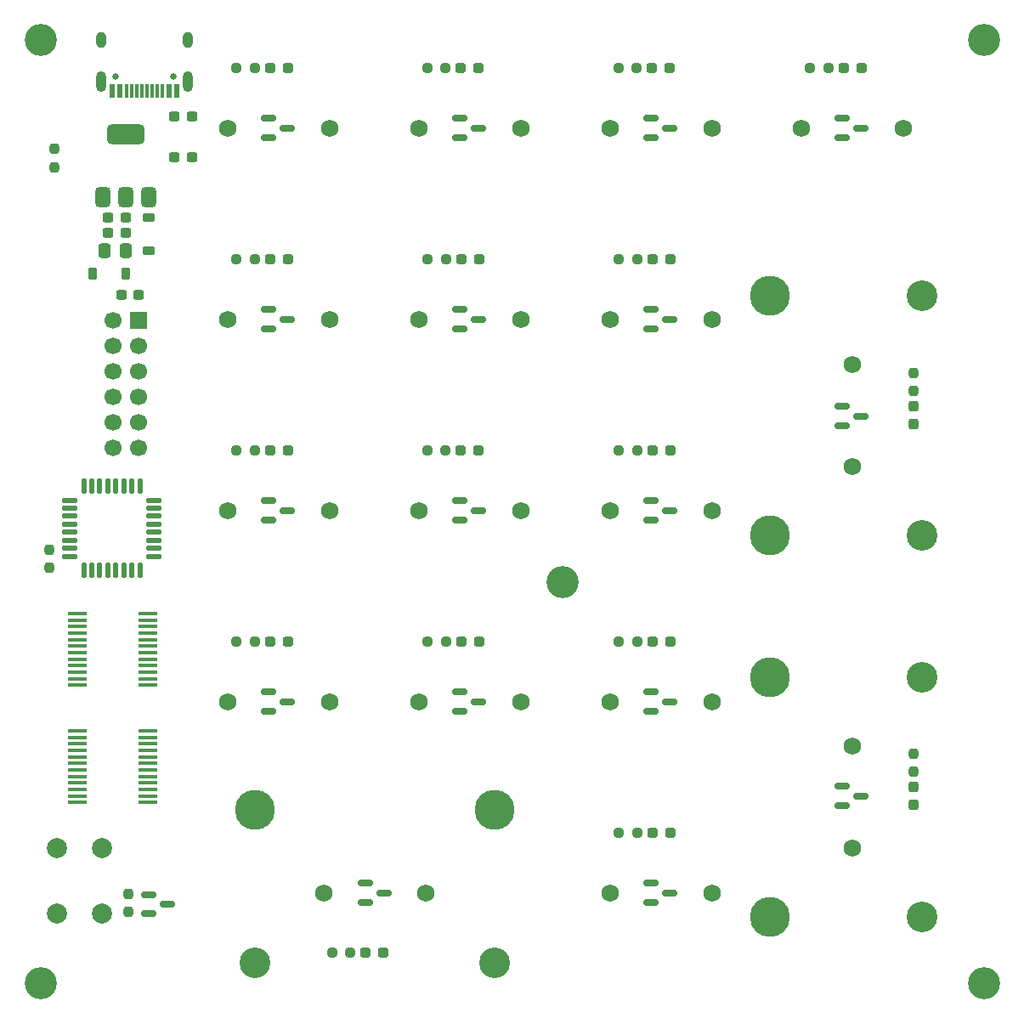
<source format=gbr>
%TF.GenerationSoftware,KiCad,Pcbnew,9.0.4*%
%TF.CreationDate,2026-01-03T23:46:06+09:00*%
%TF.ProjectId,rapidtrigger_keyboard,72617069-6474-4726-9967-6765725f6b65,rev?*%
%TF.SameCoordinates,Original*%
%TF.FileFunction,Soldermask,Top*%
%TF.FilePolarity,Negative*%
%FSLAX46Y46*%
G04 Gerber Fmt 4.6, Leading zero omitted, Abs format (unit mm)*
G04 Created by KiCad (PCBNEW 9.0.4) date 2026-01-03 23:46:06*
%MOMM*%
%LPD*%
G01*
G04 APERTURE LIST*
G04 Aperture macros list*
%AMRoundRect*
0 Rectangle with rounded corners*
0 $1 Rounding radius*
0 $2 $3 $4 $5 $6 $7 $8 $9 X,Y pos of 4 corners*
0 Add a 4 corners polygon primitive as box body*
4,1,4,$2,$3,$4,$5,$6,$7,$8,$9,$2,$3,0*
0 Add four circle primitives for the rounded corners*
1,1,$1+$1,$2,$3*
1,1,$1+$1,$4,$5*
1,1,$1+$1,$6,$7*
1,1,$1+$1,$8,$9*
0 Add four rect primitives between the rounded corners*
20,1,$1+$1,$2,$3,$4,$5,0*
20,1,$1+$1,$4,$5,$6,$7,0*
20,1,$1+$1,$6,$7,$8,$9,0*
20,1,$1+$1,$8,$9,$2,$3,0*%
G04 Aperture macros list end*
%ADD10C,0.650000*%
%ADD11R,0.600000X1.450000*%
%ADD12R,0.300000X1.450000*%
%ADD13O,1.000000X2.100000*%
%ADD14O,1.000000X1.600000*%
%ADD15C,3.048000*%
%ADD16C,3.987800*%
%ADD17C,1.750000*%
%ADD18RoundRect,0.150000X-0.587500X-0.150000X0.587500X-0.150000X0.587500X0.150000X-0.587500X0.150000X0*%
%ADD19RoundRect,0.237500X0.287500X0.237500X-0.287500X0.237500X-0.287500X-0.237500X0.287500X-0.237500X0*%
%ADD20C,3.200000*%
%ADD21RoundRect,0.237500X0.250000X0.237500X-0.250000X0.237500X-0.250000X-0.237500X0.250000X-0.237500X0*%
%ADD22RoundRect,0.237500X-0.237500X0.250000X-0.237500X-0.250000X0.237500X-0.250000X0.237500X0.250000X0*%
%ADD23RoundRect,0.100000X-0.850000X-0.100000X0.850000X-0.100000X0.850000X0.100000X-0.850000X0.100000X0*%
%ADD24RoundRect,0.237500X0.300000X0.237500X-0.300000X0.237500X-0.300000X-0.237500X0.300000X-0.237500X0*%
%ADD25RoundRect,0.237500X0.237500X-0.287500X0.237500X0.287500X-0.237500X0.287500X-0.237500X-0.287500X0*%
%ADD26RoundRect,0.237500X0.237500X-0.250000X0.237500X0.250000X-0.237500X0.250000X-0.237500X-0.250000X0*%
%ADD27RoundRect,0.225000X0.225000X0.375000X-0.225000X0.375000X-0.225000X-0.375000X0.225000X-0.375000X0*%
%ADD28RoundRect,0.237500X-0.300000X-0.237500X0.300000X-0.237500X0.300000X0.237500X-0.300000X0.237500X0*%
%ADD29R,1.700000X1.700000*%
%ADD30C,1.700000*%
%ADD31RoundRect,0.250000X0.337500X0.475000X-0.337500X0.475000X-0.337500X-0.475000X0.337500X-0.475000X0*%
%ADD32RoundRect,0.375000X0.375000X-0.625000X0.375000X0.625000X-0.375000X0.625000X-0.375000X-0.625000X0*%
%ADD33RoundRect,0.500000X1.400000X-0.500000X1.400000X0.500000X-1.400000X0.500000X-1.400000X-0.500000X0*%
%ADD34RoundRect,0.125000X0.125000X-0.625000X0.125000X0.625000X-0.125000X0.625000X-0.125000X-0.625000X0*%
%ADD35RoundRect,0.125000X0.625000X-0.125000X0.625000X0.125000X-0.625000X0.125000X-0.625000X-0.125000X0*%
%ADD36RoundRect,0.225000X-0.375000X0.225000X-0.375000X-0.225000X0.375000X-0.225000X0.375000X0.225000X0*%
%ADD37C,2.000000*%
G04 APERTURE END LIST*
D10*
%TO.C,J1*%
X133244000Y-49624000D03*
X127464000Y-49624000D03*
D11*
X133604000Y-51069000D03*
X132804000Y-51069000D03*
D12*
X131604000Y-51069000D03*
X130604000Y-51069000D03*
X130104000Y-51069000D03*
X129104000Y-51069000D03*
D11*
X127904000Y-51069000D03*
X127104000Y-51069000D03*
X127104000Y-51069000D03*
X127904000Y-51069000D03*
D12*
X128604000Y-51069000D03*
X129604000Y-51069000D03*
X131104000Y-51069000D03*
X132104000Y-51069000D03*
D11*
X132804000Y-51069000D03*
X133604000Y-51069000D03*
D13*
X134674000Y-50154000D03*
D14*
X134674000Y-45974000D03*
D13*
X126034000Y-50154000D03*
D14*
X126034000Y-45974000D03*
%TD*%
D15*
%TO.C,U5*%
X165222500Y-137926000D03*
D16*
X165222500Y-122716000D03*
D17*
X158364500Y-130966000D03*
X148204500Y-130966000D03*
D15*
X141346500Y-137926000D03*
D16*
X141346500Y-122716000D03*
%TD*%
D15*
%TO.C,U17*%
X207874000Y-109474000D03*
D16*
X192664000Y-109474000D03*
D17*
X200914000Y-116332000D03*
X200914000Y-126492000D03*
D15*
X207874000Y-133350000D03*
D16*
X192664000Y-133350000D03*
%TD*%
D15*
%TO.C,U16*%
X207874000Y-71434000D03*
D16*
X192664000Y-71434000D03*
D17*
X200914000Y-78292000D03*
X200914000Y-88452000D03*
D15*
X207874000Y-95310000D03*
D16*
X192664000Y-95310000D03*
%TD*%
D18*
%TO.C,U29*%
X180852500Y-72854000D03*
X180852500Y-74754000D03*
X182727500Y-73804000D03*
%TD*%
D19*
%TO.C,D16*%
X182739000Y-124968000D03*
X180989000Y-124968000D03*
%TD*%
D20*
%TO.C,REF\u002A\u002A*%
X214000000Y-46000000D03*
%TD*%
D18*
%TO.C,U35*%
X199902500Y-82506000D03*
X199902500Y-84406000D03*
X201777500Y-83456000D03*
%TD*%
D21*
%TO.C,R19*%
X179465000Y-124968000D03*
X177640000Y-124968000D03*
%TD*%
D19*
%TO.C,D17*%
X201789000Y-48768000D03*
X200039000Y-48768000D03*
%TD*%
%TO.C,D10*%
X163615000Y-86868000D03*
X161865000Y-86868000D03*
%TD*%
D22*
%TO.C,R3*%
X121412000Y-56849000D03*
X121412000Y-58674000D03*
%TD*%
D18*
%TO.C,U21*%
X142752500Y-110954000D03*
X142752500Y-112854000D03*
X144627500Y-111904000D03*
%TD*%
D23*
%TO.C,U37*%
X123698000Y-114808000D03*
X123698000Y-115458000D03*
X123698000Y-116108000D03*
X123698000Y-116758000D03*
X123698000Y-117408000D03*
X123698000Y-118058000D03*
X123698000Y-118708000D03*
X123698000Y-119358000D03*
X123698000Y-120008000D03*
X123698000Y-120658000D03*
X123698000Y-121308000D03*
X123698000Y-121958000D03*
X130698000Y-121958000D03*
X130698000Y-121308000D03*
X130698000Y-120658000D03*
X130698000Y-120008000D03*
X130698000Y-119358000D03*
X130698000Y-118708000D03*
X130698000Y-118058000D03*
X130698000Y-117408000D03*
X130698000Y-116758000D03*
X130698000Y-116108000D03*
X130698000Y-115458000D03*
X130698000Y-114808000D03*
%TD*%
D21*
%TO.C,R15*%
X179391000Y-48768000D03*
X177566000Y-48768000D03*
%TD*%
D17*
%TO.C,U8*%
X157714550Y-92872000D03*
X167874550Y-92872000D03*
%TD*%
D18*
%TO.C,U28*%
X180852500Y-53804000D03*
X180852500Y-55704000D03*
X182727500Y-54754000D03*
%TD*%
D21*
%TO.C,R16*%
X179465000Y-67818000D03*
X177640000Y-67818000D03*
%TD*%
D19*
%TO.C,D3*%
X144639000Y-105918000D03*
X142889000Y-105918000D03*
%TD*%
%TO.C,D13*%
X182739000Y-67818000D03*
X180989000Y-67818000D03*
%TD*%
D17*
%TO.C,U15*%
X195794550Y-54792000D03*
X205954550Y-54792000D03*
%TD*%
D24*
%TO.C,C1*%
X129794000Y-71374000D03*
X128069000Y-71374000D03*
%TD*%
D18*
%TO.C,U25*%
X161802500Y-72854000D03*
X161802500Y-74754000D03*
X163677500Y-73804000D03*
%TD*%
D19*
%TO.C,D2*%
X144639000Y-86868000D03*
X142889000Y-86868000D03*
%TD*%
D17*
%TO.C,U6*%
X157714550Y-54792000D03*
X167874550Y-54792000D03*
%TD*%
D19*
%TO.C,D12*%
X182665000Y-48768000D03*
X180915000Y-48768000D03*
%TD*%
D17*
%TO.C,U7*%
X157714550Y-73832000D03*
X167874550Y-73832000D03*
%TD*%
D25*
%TO.C,D19*%
X207010000Y-122177000D03*
X207010000Y-120427000D03*
%TD*%
D21*
%TO.C,R12*%
X160415000Y-105918000D03*
X158590000Y-105918000D03*
%TD*%
D26*
%TO.C,R22*%
X207010000Y-118903000D03*
X207010000Y-117078000D03*
%TD*%
D20*
%TO.C,REF\u002A\u002A*%
X214000000Y-140000000D03*
%TD*%
D18*
%TO.C,U36*%
X199902500Y-120352000D03*
X199902500Y-122252000D03*
X201777500Y-121302000D03*
%TD*%
D21*
%TO.C,R17*%
X179465000Y-86868000D03*
X177640000Y-86868000D03*
%TD*%
%TO.C,R18*%
X179465000Y-105918000D03*
X177640000Y-105918000D03*
%TD*%
%TO.C,R11*%
X160341000Y-86868000D03*
X158516000Y-86868000D03*
%TD*%
D19*
%TO.C,D14*%
X182739000Y-86868000D03*
X180989000Y-86868000D03*
%TD*%
D21*
%TO.C,R9*%
X160341000Y-48768000D03*
X158516000Y-48768000D03*
%TD*%
D19*
%TO.C,D6*%
X144629550Y-67818000D03*
X142879550Y-67818000D03*
%TD*%
%TO.C,D8*%
X163615000Y-48768000D03*
X161865000Y-48768000D03*
%TD*%
D27*
%TO.C,D7*%
X128486000Y-69292000D03*
X125186000Y-69292000D03*
%TD*%
D28*
%TO.C,C3*%
X133350000Y-57658000D03*
X135075000Y-57658000D03*
%TD*%
D17*
%TO.C,U14*%
X176784550Y-130972000D03*
X186944550Y-130972000D03*
%TD*%
D18*
%TO.C,U34*%
X199902500Y-53804000D03*
X199902500Y-55704000D03*
X201777500Y-54754000D03*
%TD*%
%TO.C,U26*%
X161802500Y-91904000D03*
X161802500Y-93804000D03*
X163677500Y-92854000D03*
%TD*%
D25*
%TO.C,D18*%
X207010000Y-84247000D03*
X207010000Y-82497000D03*
%TD*%
D17*
%TO.C,U12*%
X176754550Y-92872000D03*
X186914550Y-92872000D03*
%TD*%
%TO.C,U11*%
X176754550Y-73832000D03*
X186914550Y-73832000D03*
%TD*%
%TO.C,U2*%
X138674550Y-73832000D03*
X148834550Y-73832000D03*
%TD*%
D19*
%TO.C,D15*%
X182739000Y-105918000D03*
X180989000Y-105918000D03*
%TD*%
D20*
%TO.C,REF\u002A\u002A*%
X172000000Y-100000000D03*
%TD*%
D26*
%TO.C,R21*%
X207010000Y-80973000D03*
X207010000Y-79148000D03*
%TD*%
D29*
%TO.C,J2*%
X129794000Y-73914000D03*
D30*
X127254000Y-73914000D03*
X129794000Y-76454000D03*
X127254000Y-76454000D03*
X129794000Y-78994000D03*
X127254000Y-78994000D03*
X129794000Y-81534000D03*
X127254000Y-81534000D03*
X129794000Y-84074000D03*
X127254000Y-84074000D03*
X129794000Y-86614000D03*
X127254000Y-86614000D03*
%TD*%
D21*
%TO.C,R8*%
X141355550Y-67818000D03*
X139530550Y-67818000D03*
%TD*%
D18*
%TO.C,U27*%
X161802500Y-110954000D03*
X161802500Y-112854000D03*
X163677500Y-111904000D03*
%TD*%
D20*
%TO.C,REF\u002A\u002A*%
X120000000Y-46000000D03*
%TD*%
D21*
%TO.C,R4*%
X141365000Y-86868000D03*
X139540000Y-86868000D03*
%TD*%
%TO.C,R6*%
X150885500Y-136906000D03*
X149060500Y-136906000D03*
%TD*%
D18*
%TO.C,U22*%
X152404500Y-130004000D03*
X152404500Y-131904000D03*
X154279500Y-130954000D03*
%TD*%
D21*
%TO.C,R7*%
X141365000Y-48768000D03*
X139540000Y-48768000D03*
%TD*%
D19*
%TO.C,D4*%
X154159500Y-136906000D03*
X152409500Y-136906000D03*
%TD*%
D18*
%TO.C,U19*%
X142752500Y-72854000D03*
X142752500Y-74754000D03*
X144627500Y-73804000D03*
%TD*%
D31*
%TO.C,C6*%
X128486000Y-67006000D03*
X126411000Y-67006000D03*
%TD*%
D18*
%TO.C,Q1*%
X130810000Y-131130000D03*
X130810000Y-133030000D03*
X132685000Y-132080000D03*
%TD*%
D26*
%TO.C,R14*%
X120904000Y-98599000D03*
X120904000Y-96774000D03*
%TD*%
D24*
%TO.C,C5*%
X128486000Y-65228000D03*
X126761000Y-65228000D03*
%TD*%
D28*
%TO.C,C2*%
X133350000Y-53594000D03*
X135075000Y-53594000D03*
%TD*%
D17*
%TO.C,U3*%
X138674550Y-92872000D03*
X148834550Y-92872000D03*
%TD*%
D21*
%TO.C,R5*%
X141365000Y-105918000D03*
X139540000Y-105918000D03*
%TD*%
D20*
%TO.C,REF\u002A\u002A*%
X120000000Y-140000000D03*
%TD*%
D23*
%TO.C,U38*%
X123698000Y-103124000D03*
X123698000Y-103774000D03*
X123698000Y-104424000D03*
X123698000Y-105074000D03*
X123698000Y-105724000D03*
X123698000Y-106374000D03*
X123698000Y-107024000D03*
X123698000Y-107674000D03*
X123698000Y-108324000D03*
X123698000Y-108974000D03*
X123698000Y-109624000D03*
X123698000Y-110274000D03*
X130698000Y-110274000D03*
X130698000Y-109624000D03*
X130698000Y-108974000D03*
X130698000Y-108324000D03*
X130698000Y-107674000D03*
X130698000Y-107024000D03*
X130698000Y-106374000D03*
X130698000Y-105724000D03*
X130698000Y-105074000D03*
X130698000Y-104424000D03*
X130698000Y-103774000D03*
X130698000Y-103124000D03*
%TD*%
D19*
%TO.C,D11*%
X163689000Y-105918000D03*
X161939000Y-105918000D03*
%TD*%
D18*
%TO.C,U20*%
X142752500Y-91904000D03*
X142752500Y-93804000D03*
X144627500Y-92854000D03*
%TD*%
D19*
%TO.C,D5*%
X144639000Y-48768000D03*
X142889000Y-48768000D03*
%TD*%
D32*
%TO.C,U23*%
X126172000Y-61672000D03*
X128472000Y-61672000D03*
D33*
X128472000Y-55372000D03*
D32*
X130772000Y-61672000D03*
%TD*%
D18*
%TO.C,U24*%
X161802500Y-53804000D03*
X161802500Y-55704000D03*
X163677500Y-54754000D03*
%TD*%
D17*
%TO.C,U1*%
X138674550Y-54792000D03*
X148834550Y-54792000D03*
%TD*%
D18*
%TO.C,U18*%
X142752500Y-53804000D03*
X142752500Y-55704000D03*
X144627500Y-54754000D03*
%TD*%
D34*
%TO.C,U33*%
X124311000Y-98809000D03*
X125111000Y-98809000D03*
X125911000Y-98809000D03*
X126711000Y-98809000D03*
X127511000Y-98809000D03*
X128311000Y-98809000D03*
X129111000Y-98809000D03*
X129911000Y-98809000D03*
D35*
X131286000Y-97434000D03*
X131286000Y-96634000D03*
X131286000Y-95834000D03*
X131286000Y-95034000D03*
X131286000Y-94234000D03*
X131286000Y-93434000D03*
X131286000Y-92634000D03*
X131286000Y-91834000D03*
D34*
X129911000Y-90459000D03*
X129111000Y-90459000D03*
X128311000Y-90459000D03*
X127511000Y-90459000D03*
X126711000Y-90459000D03*
X125911000Y-90459000D03*
X125111000Y-90459000D03*
X124311000Y-90459000D03*
D35*
X122936000Y-91834000D03*
X122936000Y-92634000D03*
X122936000Y-93434000D03*
X122936000Y-94234000D03*
X122936000Y-95034000D03*
X122936000Y-95834000D03*
X122936000Y-96634000D03*
X122936000Y-97434000D03*
%TD*%
D17*
%TO.C,U9*%
X157714550Y-111912000D03*
X167874550Y-111912000D03*
%TD*%
%TO.C,U13*%
X176754550Y-111912000D03*
X186914550Y-111912000D03*
%TD*%
D24*
%TO.C,C4*%
X128486000Y-63704000D03*
X126761000Y-63704000D03*
%TD*%
D19*
%TO.C,D9*%
X163689000Y-67818000D03*
X161939000Y-67818000D03*
%TD*%
D21*
%TO.C,R20*%
X198515000Y-48768000D03*
X196690000Y-48768000D03*
%TD*%
D18*
%TO.C,U31*%
X180852500Y-110954000D03*
X180852500Y-112854000D03*
X182727500Y-111904000D03*
%TD*%
D36*
%TO.C,D1*%
X130772000Y-63704000D03*
X130772000Y-67004000D03*
%TD*%
D26*
%TO.C,R23*%
X128778000Y-132889000D03*
X128778000Y-131064000D03*
%TD*%
D17*
%TO.C,U10*%
X176754550Y-54792000D03*
X186914550Y-54792000D03*
%TD*%
D21*
%TO.C,R10*%
X160415000Y-67818000D03*
X158590000Y-67818000D03*
%TD*%
D18*
%TO.C,U30*%
X180852500Y-91904000D03*
X180852500Y-93804000D03*
X182727500Y-92854000D03*
%TD*%
D37*
%TO.C,SW1*%
X121666000Y-132992000D03*
X121666000Y-126492000D03*
X126166000Y-132992000D03*
X126166000Y-126492000D03*
%TD*%
D18*
%TO.C,U32*%
X180852500Y-130004000D03*
X180852500Y-131904000D03*
X182727500Y-130954000D03*
%TD*%
D17*
%TO.C,U4*%
X138674550Y-111912000D03*
X148834550Y-111912000D03*
%TD*%
M02*

</source>
